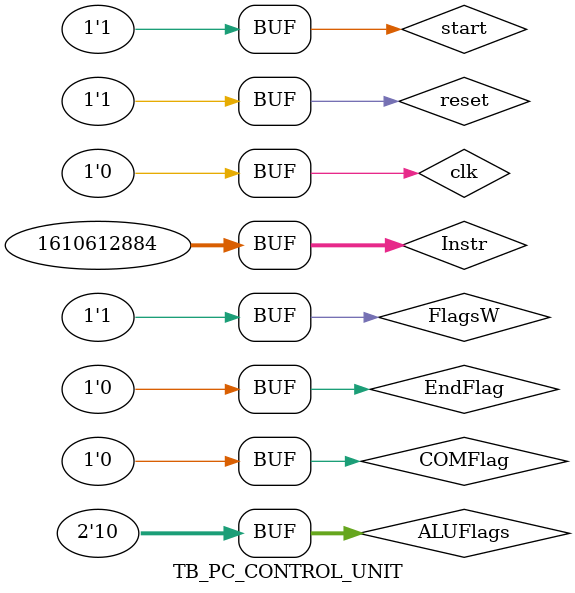
<source format=sv>
module TB_PC_CONTROL_UNIT;
	
	logic clk, reset, start, FlagsW, EndFlag, COMFlag;
	logic [31:0] Instr, PC;
	logic [1:0] ALUFlags;
	
	pc_control_unit pcu(
					// Entradas
					.clk(clk), 
					.reset(reset),
					.start(start),
					.FlagsW(FlagsW),
					.Id(Instr[31:28]), 
					.ALUFlags(ALUFlags),
					.Imm(Instr[17:0]),
					// Salidas
					.EndFlag(EndFlag),
					.COMFlag(COMFlag),
					.PCNext(PC)
					);
	
	// generate clock to sequence tests
	always
	begin
		clk <= 1; # 5; clk <= 0; # 5;
	end
 
	initial begin
		// start
		reset = 0;
		#10
		
		FlagsW = 0;
		ALUFlags = 2'b00;
		EndFlag = 0;
		COMFlag = 0;
		Instr = 31'h65000007; // mov r7, #8    -> pc = pc+4
		
		reset = 1;
		start = 1;
		#10;

		// JMP encrypt_store
		Instr = 31'hC0000050;
		#10;
		
		// JEQ fin2
		ALUFlags = 2'b01;
		FlagsW = 1;
		Instr = 31'hD000013C;
		#10;
		
		// JLT exp_add
		ALUFlags = 2'b10;
		FlagsW = 1;
		Instr = 31'hE0000094;
		#10;
	end
endmodule
</source>
